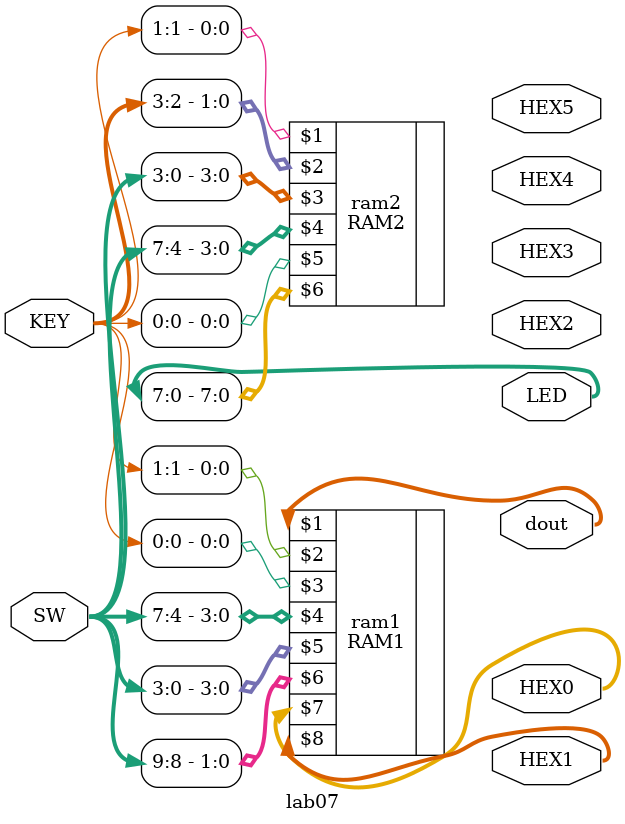
<source format=v>


module lab07(

	//////////// KEY //////////
	input 		     [3:0]		KEY,//KEY0作为写使能，KEY1作为clk，KEY23作为RAM2的写入数据

	//////////// SW //////////
	input 		     [9:0]		SW,//SW0-3是读地址，4-7是写地址，8-9是写入数据
	output				  [9:0]     LED,

	//////////// Seg7 //////////
	output	     [6:0]		HEX0,
	output        [6:0]		HEX1,
	output 	     [6:0]		HEX2,
	output 	     [6:0]		HEX3,
	output 	     [6:0]		HEX4,
	output 	     [6:0]		HEX5,
	output [7:0] dout
);
RAM1 ram1(dout,KEY[1], KEY[0], SW[7:4], SW[3:0], SW[9:8],HEX0,HEX1);
RAM2 ram2(KEY[1], KEY[3:2], SW[3:0], SW[7:4], KEY[0], LED[7:0]);


endmodule

</source>
